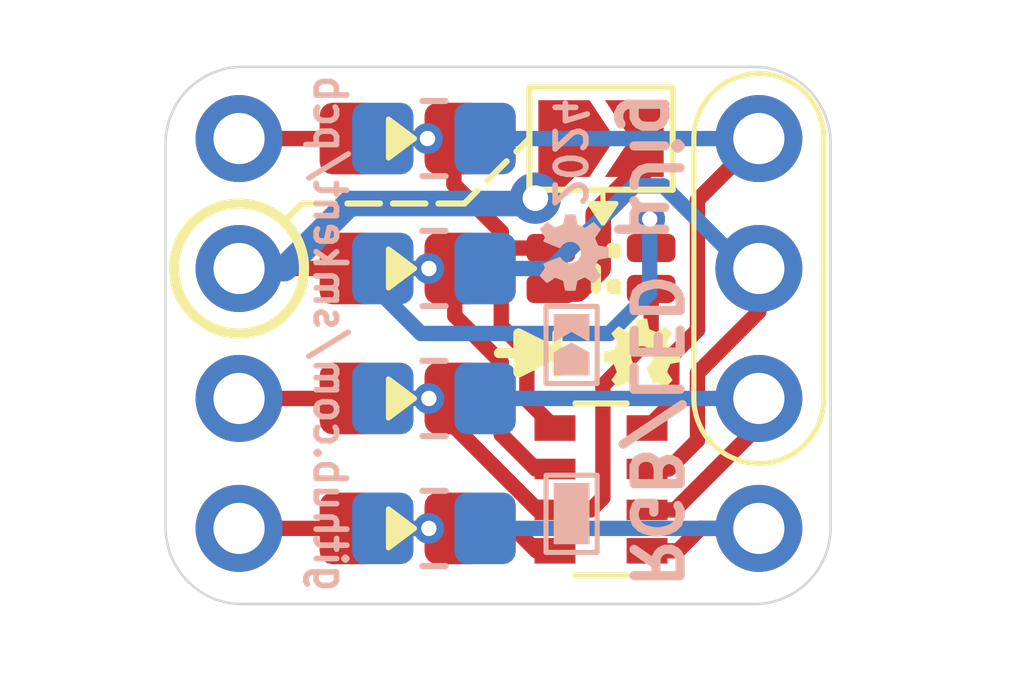
<source format=kicad_pcb>
(kicad_pcb (version 20240108) (generator "pcbnew") (generator_version "8.0")
  (layers (0 "F.Cu" signal) (31 "B.Cu" signal) (34 "B.Paste" user) (35 "F.Paste" user) (36 "B.SilkS" user "B.Silkscreen") (37 "F.SilkS" user "F.Silkscreen") (38 "B.Mask" user) (39 "F.Mask" user) (44 "Edge.Cuts" user))
  (net 0 "")
  (net 1 "LED1_RESISTOR")
  (net 2 "LED2_RESISTOR")
  (net 3 "LED3_RESISTOR")
  (net 4 "LED3_CATHODE")
  (net 5 "LED1_CATHODE")
  (net 6 "LED2_CATHODE")
  (net 7 "LED4_CATHODE")
  (net 8 "LED3_ANODE")
  (net 9 "LED2_ANODE")
  (net 10 "LED1_ANODE")
  (net 11 "LED4_ANODE")
  (net 12 "Net-(LED4-K)")
  (net 13 "Net-(JP1-B)")
  (footprint "Resistor_SMD:R_Array_Convex_4x0603" (layer "F.Cu") (at 134.075 103.378)
    (property "Reference" "RN1" (hide yes))
    (property "Value" "R")
    (fp_line (start 0.5 -1.68) (end -0.5 -1.68) (stroke (width 0.12)) (layer "F.SilkS"))
    (fp_line (start 0.5 1.68) (end -0.5 1.68) (stroke (width 0.12)) (layer "F.SilkS"))
    (pad "1" smd rect (at -0.9 -1.2) (size 0.8 0.5) (layers "F.Cu" "F.Paste" "F.Mask") (net 1 "LED1_RESISTOR"))
    (pad "2" smd rect (at -0.9 -0.4) (size 0.8 0.4) (layers "F.Cu" "F.Paste" "F.Mask") (net 2 "LED2_RESISTOR"))
    (pad "3" smd rect (at -0.9 0.4) (size 0.8 0.4) (layers "F.Cu" "F.Paste" "F.Mask") (net 3 "LED3_RESISTOR"))
    (pad "4" smd rect (at -0.9 1.2) (size 0.8 0.5) (layers "F.Cu" "F.Paste" "F.Mask") (net 12 "Net-(LED4-K)"))
    (pad "5" smd rect (at 0.9 1.2) (size 0.8 0.5) (layers "F.Cu" "F.Paste" "F.Mask") (net 7 "LED4_CATHODE"))
    (pad "6" smd rect (at 0.9 0.4) (size 0.8 0.4) (layers "F.Cu" "F.Paste" "F.Mask") (net 4 "LED3_CATHODE"))
    (pad "7" smd rect (at 0.9 -0.4) (size 0.8 0.4) (layers "F.Cu" "F.Paste" "F.Mask") (net 6 "LED2_CATHODE"))
    (pad "8" smd rect (at 0.9 -1.2) (size 0.8 0.5) (layers "F.Cu" "F.Paste" "F.Mask") (net 5 "LED1_CATHODE"))
  )
  (footprint "custom:LED_0805_2012Metric_Pad1.15x1.40mm_HandSolder_simple" (layer "F.Cu") (at 130.175 104.14 180)
    (property "Reference" "LED4" (hide yes))
    (property "Value" "LED")
    (fp_poly (pts (xy 0.254 -0.381) (xy 0.254 0.381) (xy -0.254 0)) (stroke (width 0.1)) (fill solid) (layer "F.SilkS"))
    (pad "1" smd roundrect (at -1.025 0 180) (size 1.15 1.4) (layers "F.Cu" "F.Paste" "F.Mask") (roundrect_rratio 0.217391) (net 12 "Net-(LED4-K)"))
    (pad "2" smd roundrect (at 1.025 0 180) (size 1.15 1.4) (layers "F.Cu" "F.Paste" "F.Mask") (roundrect_rratio 0.217391) (net 11 "LED4_ANODE"))
  )
  (footprint "custom:LED_0805_2012Metric_Pad1.15x1.40mm_HandSolder_simple" (layer "F.Cu") (at 130.175 99.06 180)
    (property "Reference" "LED2" (hide yes))
    (property "Value" "LED")
    (fp_poly (pts (xy 0.254 -0.381) (xy 0.254 0.381) (xy -0.254 0)) (stroke (width 0.1)) (fill solid) (layer "F.SilkS"))
    (pad "1" smd roundrect (at -1.025 0 180) (size 1.15 1.4) (layers "F.Cu" "F.Paste" "F.Mask") (roundrect_rratio 0.217391) (net 2 "LED2_RESISTOR"))
    (pad "2" smd roundrect (at 1.025 0 180) (size 1.15 1.4) (layers "F.Cu" "F.Paste" "F.Mask") (roundrect_rratio 0.217391) (net 9 "LED2_ANODE"))
  )
  (footprint "custom:LED_0805_2012Metric_Pad1.15x1.40mm_HandSolder_simple" (layer "F.Cu") (at 130.175 96.52 180)
    (property "Reference" "LED1" (hide yes))
    (property "Value" "LED")
    (fp_poly (pts (xy 0.254 -0.381) (xy 0.254 0.381) (xy -0.254 0)) (stroke (width 0.1)) (fill solid) (layer "F.SilkS"))
    (pad "1" smd roundrect (at -1.025 0 180) (size 1.15 1.4) (layers "F.Cu" "F.Paste" "F.Mask") (roundrect_rratio 0.217391) (net 1 "LED1_RESISTOR"))
    (pad "2" smd roundrect (at 1.025 0 180) (size 1.15 1.4) (layers "F.Cu" "F.Paste" "F.Mask") (roundrect_rratio 0.217391) (net 10 "LED1_ANODE"))
  )
  (footprint "custom:LED_0805_2012Metric_Pad1.15x1.40mm_HandSolder_simple" (layer "F.Cu") (at 130.175 101.6 180)
    (property "Reference" "LED3" (hide yes))
    (property "Value" "LED")
    (fp_poly (pts (xy 0.254 -0.381) (xy 0.254 0.381) (xy -0.254 0)) (stroke (width 0.1)) (fill solid) (layer "F.SilkS"))
    (pad "1" smd roundrect (at -1.025 0 180) (size 1.15 1.4) (layers "F.Cu" "F.Paste" "F.Mask") (roundrect_rratio 0.217391) (net 3 "LED3_RESISTOR"))
    (pad "2" smd roundrect (at 1.025 0 180) (size 1.15 1.4) (layers "F.Cu" "F.Paste" "F.Mask") (roundrect_rratio 0.217391) (net 8 "LED3_ANODE"))
  )
  (footprint "graphics:oshw-logo-1.5mm" (layer "F.Cu") (at 134.874 100.711)
    (property "Reference" "G***" (hide yes))
    (property "Value" "LOGO" (hide yes))
    (fp_poly (pts (xy 0.012727 -0.672745) (xy 0.031988 -0.67266) (xy 0.050169 -0.672495) (xy 0.066587 -0.672251) (xy 0.080561 -0.671927) (xy 0.091408 -0.671523) (xy 0.098446 -0.671039) (xy 0.100909 -0.670576) (xy 0.102402 -0.667389) (xy 0.104663 -0.659276) (xy 0.107675 -0.646308) (xy 0.111424 -0.628555) (xy 0.115895 -0.60609) (xy 0.121071 -0.578984) (xy 0.122654 -0.570522) (xy 0.127536 -0.544539) (xy 0.131659 -0.523137) (xy 0.135113 -0.505908) (xy 0.13799 -0.492446) (xy 0.140383 -0.482342) (xy 0.142381 -0.475192) (xy 0.144077 -0.470587) (xy 0.145562 -0.468121) (xy 0.145696 -0.467982) (xy 0.149238 -0.465814) (xy 0.156822 -0.462056) (xy 0.167796 -0.457002) (xy 0.181505 -0.450945) (xy 0.197297 -0.444179) (xy 0.214518 -0.436997) (xy 0.216283 -0.436271) (xy 0.236194 -0.42815) (xy 0.251983 -0.421849) (xy 0.264174 -0.417188) (xy 0.273292 -0.413987) (xy 0.279863 -0.412068) (xy 0.284411 -0.41125) (xy 0.287461 -0.411354) (xy 0.288377 -0.411613) (xy 0.291858 -0.413548) (xy 0.29899 -0.418028) (xy 0.309263 -0.424717) (xy 0.322171 -0.433279) (xy 0.337206 -0.443375) (xy 0.353861 -0.45467) (xy 0.371626 -0.466826) (xy 0.371955 -0.467053) (xy 0.389663 -0.479186) (xy 0.406199 -0.490443) (xy 0.421066 -0.500493) (xy 0.43377 -0.509002) (xy 0.443815 -0.515639) (xy 0.450706 -0.520073) (xy 0.453946 -0.521971) (xy 0.453983 -0.521986) (xy 0.455813 -0.52187) (xy 0.458798 -0.520292) (xy 0.463253 -0.516965) (xy 0.469491 -0.511606) (xy 0.477824 -0.503929) (xy 0.488566 -0.493649) (xy 0.50203 -0.48048) (xy 0.518529 -0.464138) (xy 0.529628 -0.453077) (xy 0.547414 -0.435309) (xy 0.561926 -0.420748) (xy 0.573479 -0.409038) (xy 0.582388 -0.39982) (xy 0.588967 -0.392736) (xy 0.593531 -0.387427) (xy 0.596394 -0.383536) (xy 0.597872 -0.380704) (xy 0.598279 -0.378574) (xy 0.59793 -0.376787) (xy 0.597524 -0.375808) (xy 0.595446 -0.372279) (xy 0.590833 -0.365095) (xy 0.584027 -0.354764) (xy 0.575366 -0.341796) (xy 0.565191 -0.326699) (xy 0.55384 -0.309982) (xy 0.541655 -0.292154) (xy 0.541255 -0.29157) (xy 0.527178 -0.270981) (xy 0.515766 -0.254126) (xy 0.506773 -0.240603) (xy 0.499952 -0.230009) (xy 0.495054 -0.221942) (xy 0.491832 -0.215999) (xy 0.49004 -0.211779) (xy 0.489429 -0.208878) (xy 0.489555 -0.207483) (xy 0.490888 -0.203755) (xy 0.493911 -0.196137) (xy 0.498304 -0.185385) (xy 0.503747 -0.172254) (xy 0.509923 -0.157499) (xy 0.516512 -0.141873) (xy 0.523195 -0.126133) (xy 0.529654 -0.111033) (xy 0.53557 -0.097327) (xy 0.540623 -0.085771) (xy 0.544495 -0.077119) (xy 0.54597 -0.073947) (xy 0.551604 -0.0666) (xy 0.558905 -0.06307) (xy 0.563474 -0.061999) (xy 0.572374 -0.060141) (xy 0.584962 -0.057622) (xy 0.600592 -0.054569) (xy 0.61862 -0.051106) (xy 0.638402 -0.047361) (xy 0.654711 -0.044311) (xy 0.675133 -0.040448) (xy 0.694051 -0.036744) (xy 0.71087 -0.033326) (xy 0.724992 -0.030321) (xy 0.735823 -0.027855) (xy 0.742765 -0.026054) (xy 0.745145 -0.025155) (xy 0.746093 -0.021901) (xy 0.746916 -0.014265) (xy 0.747611 -0.002922) (xy 0.748179 0.011453) (xy 0.748616 0.028184) (xy 0.748922 0.046597) (xy 0.749096 0.066016) (xy 0.749136 0.085767) (xy 0.74904 0.105174) (xy 0.748808 0.123562) (xy 0.748437 0.140257) (xy 0.747927 0.154584) (xy 0.747276 0.165866) (xy 0.746483 0.17343) (xy 0.745563 0.176586) (xy 0.74241 0.177649) (xy 0.734861 0.179495) (xy 0.723496 0.182002) (xy 0.708899 0.185048) (xy 0.691651 0.188512) (xy 0.672332 0.192272) (xy 0.652599 0.196007) (xy 0.631739 0.19997) (xy 0.612297 0.203793) (xy 0.594876 0.207347) (xy 0.580074 0.210506) (xy 0.568492 0.213141) (xy 0.560731 0.215125) (xy 0.557467 0.216273) (xy 0.555071 0.219546) (xy 0.55123 0.226834) (xy 0.546229 0.237437) (xy 0.54035 0.250653) (xy 0.533875 0.265779) (xy 0.527088 0.282116) (xy 0.520271 0.29896) (xy 0.513707 0.31561) (xy 0.507679 0.331366) (xy 0.502469 0.345524) (xy 0.498361 0.357384) (xy 0.495636 0.366245) (xy 0.494578 0.371403) (xy 0.494639 0.372162) (xy 0.496395 0.375329) (xy 0.500691 0.382148) (xy 0.507191 0.392108) (xy 0.515556 0.404701) (xy 0.525449 0.419418) (xy 0.536531 0.435748) (xy 0.546945 0.450972) (xy 0.558777 0.468282) (xy 0.569702 0.484412) (xy 0.579383 0.498853) (xy 0.587486 0.5111) (xy 0.593675 0.520647) (xy 0.597614 0.526986) (xy 0.598954 0.529507) (xy 0.598305 0.531757) (xy 0.595463 0.535922) (xy 0.590202 0.542248) (xy 0.582298 0.550978) (xy 0.571526 0.562358) (xy 0.557661 0.576632) (xy 0.540479 0.594047) (xy 0.530932 0.603648) (xy 0.51299 0.621611) (xy 0.498235 0.636261) (xy 0.486323 0.64791) (xy 0.476911 0.656871) (xy 0.469655 0.663455) (xy 0.464211 0.667974) (xy 0.460236 0.67074) (xy 0.457387 0.672064) (xy 0.455333 0.67226) (xy 0.451812 0.670645) (xy 0.444669 0.666474) (xy 0.434428 0.660084) (xy 0.421618 0.651814) (xy 0.406762 0.642002) (xy 0.390388 0.630989) (xy 0.376517 0.621518) (xy 0.354153 0.60628) (xy 0.335316 0.593725) (xy 0.320114 0.583923) (xy 0.308656 0.576941) (xy 0.301051 0.57285) (xy 0.29764 0.571696) (xy 0.293219 0.572863) (xy 0.28535 0.576075) (xy 0.274995 0.580897) (xy 0.263116 0.586893) (xy 0.257748 0.58974) (xy 0.243218 0.597361) (xy 0.232567 0.602454) (xy 0.225394 0.605188) (xy 0.221301 0.605733) (xy 0.220556 0.60546) (xy 0.218878 0.602708) (xy 0.215515 0.595733) (xy 0.210657 0.584999) (xy 0.204496 0.570969) (xy 0.197222 0.554106) (xy 0.189028 0.534873) (xy 0.180103 0.513734) (xy 0.17064 0.491152) (xy 0.160829 0.46759) (xy 0.150861 0.443512) (xy 0.140928 0.41938) (xy 0.131221 0.395658) (xy 0.121931 0.37281) (xy 0.113249 0.351299) (xy 0.105366 0.331587) (xy 0.098473 0.314138) (xy 0.092762 0.299415) (xy 0.088423 0.287883) (xy 0.085648 0.280003) (xy 0.084628 0.276239) (xy 0.084642 0.276044) (xy 0.087623 0.271995) (xy 0.093181 0.26761) (xy 0.094225 0.266975) (xy 0.104901 0.260032) (xy 0.117593 0.250686) (xy 0.130784 0.240152) (xy 0.142954 0.229646) (xy 0.152586 0.220385) (xy 0.153162 0.219776) (xy 0.172204 0.196275) (xy 0.188057 0.170117) (xy 0.199972 0.142629) (xy 0.203822 0.130276) (xy 0.206435 0.117193) (xy 0.208294 0.100836) (xy 0.209326 0.082944) (xy 0.209458 0.065255) (xy 0.208615 0.04951) (xy 0.207573 0.041497) (xy 0.199598 0.010037) (xy 0.187125 -0.019353) (xy 0.170418 -0.046308) (xy 0.149742 -0.070465) (xy 0.125361 -0.091462) (xy 0.098464 -0.108442) (xy 0.070046 -0.120847) (xy 0.040034 -0.128747) (xy 0.009137 -0.13214) (xy -0.021939 -0.131027) (xy -0.052487 -0.125407) (xy -0.081799 -0.115282) (xy -0.095935 -0.108442) (xy -0.123653 -0.090853) (xy -0.147922 -0.069751) (xy -0.168477 -0.0455) (xy -0.185055 -0.018463) (xy -0.19739 0.010997) (xy -0.205044 0.041497) (xy -0.206527 0.055169) (xy -0.20699 0.071859) (xy -0.206507 0.08983) (xy -0.205151 0.107343) (xy -0.202996 0.122657) (xy -0.201294 0.130276) (xy -0.19138 0.157929) (xy -0.177192 0.184845) (xy -0.159481 0.209696) (xy -0.150634 0.219776) (xy -0.141253 0.228895) (xy -0.129221 0.239349) (xy -0.116054 0.249923) (xy -0.103272 0.259401) (xy -0.092392 0.266565) (xy -0.091696 0.266975) (xy -0.0859 0.271233) (xy -0.082349 0.275469) (xy -0.082113 0.276044) (xy -0.082822 0.279077) (xy -0.085318 0.286303) (xy -0.089409 0.297259) (xy -0.094905 0.311482) (xy -0.101614 0.328509) (xy -0.109346 0.347876) (xy -0.117908 0.36912) (xy -0.12711 0.391777) (xy -0.136761 0.415385) (xy -0.146669 0.439481) (xy -0.156644 0.4636) (xy -0.166495 0.48728) (xy -0.176029 0.510058) (xy -0.185057 0.531469) (xy -0.193387 0.551052) (xy -0.200827 0.568342) (xy -0.207187 0.582877) (xy -0.212275 0.594193) (xy -0.215901 0.601826) (xy -0.217873 0.605315) (xy -0.218028 0.60546) (xy -0.221193 0.605602) (xy -0.227304 0.60361) (xy -0.236762 0.599314) (xy -0.249967 0.592547) (xy -0.25522 0.58974) (xy -0.267459 0.583371) (xy -0.278592 0.577988) (xy -0.287654 0.574027) (xy -0.293684 0.571922) (xy -0.295111 0.571696) (xy -0.299244 0.573194) (xy -0.307327 0.577644) (xy -0.31925 0.584975) (xy -0.334905 0.595119) (xy -0.35418 0.608006) (xy -0.373988 0.621518) (xy -0.3912 0.633251) (xy -0.407315 0.644053) (xy -0.421807 0.653586) (xy -0.43415 0.66151) (xy -0.443818 0.667487) (xy -0.450286 0.671179) (xy -0.452804 0.67226) (xy -0.454875 0.672059) (xy -0.457731 0.670726) (xy -0.461715 0.667949) (xy -0.46717 0.663416) (xy -0.474441 0.656816) (xy -0.48387 0.647838) (xy -0.4958 0.636168) (xy -0.510577 0.621495) (xy -0.528403 0.603648) (xy -0.547267 0.584631) (xy -0.562705 0.568871) (xy -0.574942 0.556125) (xy -0.584202 0.546146) (xy -0.590711 0.538691) (xy -0.594692 0.533514) (xy -0.596372 0.53037) (xy -0.596425 0.529507) (xy -0.59474 0.526406) (xy -0.590511 0.519652) (xy -0.584072 0.509752) (xy -0.575761 0.497213) (xy -0.565911 0.48254) (xy -0.554859 0.466241) (xy -0.544416 0.450972) (xy -0.53257 0.433646) (xy -0.521618 0.417489) (xy -0.511897 0.403009) (xy -0.503745 0.390716) (xy -0.497501 0.381118) (xy -0.493502 0.374726) (xy -0.49211 0.372162) (xy -0.49257 0.368346) (xy -0.494788 0.360604) (xy -0.498481 0.349634) (xy -0.503367 0.33614) (xy -0.509162 0.320824) (xy -0.515584 0.304385) (xy -0.52235 0.287527) (xy -0.529178 0.27095) (xy -0.535784 0.255357) (xy -0.541887 0.241448) (xy -0.547202 0.229926) (xy -0.551447 0.221491) (xy -0.554341 0.216847) (xy -0.554939 0.216273) (xy -0.558608 0.21501) (xy -0.566655 0.212977) (xy -0.578481 0.210301) (xy -0.593485 0.207111) (xy -0.611068 0.203533) (xy -0.630627 0.199696) (xy -0.650071 0.196007) (xy -0.670816 0.192078) (xy -0.690044 0.188329) (xy -0.707173 0.184884) (xy -0.721622 0.181862) (xy -0.732808 0.179385) (xy -0.74015 0.177576) (xy -0.743035 0.176586) (xy -0.743969 0.173334) (xy -0.74476 0.1657) (xy -0.745409 0.154359) (xy -0.745916 0.139986) (xy -0.746284 0.123256) (xy -0.746514 0.104844) (xy -0.746608 0.085425) (xy -0.746566 0.065674) (xy -0.74639 0.046267) (xy -0.746081 0.027877) (xy -0.745641 0.011181) (xy -0.745072 -0.003146) (xy -0.744374 -0.014431) (xy -0.743549 -0.021997) (xy -0.742617 -0.025155) (xy -0.739351 -0.026309) (xy -0.731702 -0.028233) (xy -0.720266 -0.0308) (xy -0.70564 -0.033885) (xy -0.68842 -0.03736) (xy -0.669203 -0.0411) (xy -0.652182 -0.044311) (xy -0.631477 -0.048189) (xy -0.61202 -0.051884) (xy -0.594456 -0.055268) (xy -0.579429 -0.058217) (xy -0.567585 -0.060604) (xy -0.559567 -0.062302) (xy -0.556376 -0.06307) (xy -0.548079 -0.067438) (xy -0.543441 -0.073947) (xy -0.540331 -0.080738) (xy -0.535869 -0.090836) (xy -0.530374 -0.103488) (xy -0.524166 -0.117937) (xy -0.517562 -0.13343) (xy -0.510883 -0.149211) (xy -0.504447 -0.164526) (xy -0.498572 -0.178619) (xy -0.493579 -0.190736) (xy -0.489784 -0.200123) (xy -0.487508 -0.206023) (xy -0.487025 -0.207485) (xy -0.486982 -0.209768) (xy -0.487969 -0.213102) (xy -0.490237 -0.217901) (xy -0.494039 -0.224575) (xy -0.499627 -0.233538) (xy -0.507254 -0.2452) (xy -0.517172 -0.259974) (xy -0.529633 -0.278273) (xy -0.536595 -0.288434) (xy -0.551441 -0.310074) (xy -0.563667 -0.327933) (xy -0.573511 -0.342399) (xy -0.581213 -0.353866) (xy -0.587012 -0.362724) (xy -0.591146 -0.369364) (xy -0.593854 -0.374177) (xy -0.595376 -0.377555) (xy -0.595951 -0.379889) (xy -0.595816 -0.38157) (xy -0.595212 -0.382989) (xy -0.594805 -0.383728) (xy -0.592491 -0.386497) (xy -0.586991 -0.392401) (xy -0.578716 -0.40102) (xy -0.568077 -0.411933) (xy -0.555485 -0.424719) (xy -0.541351 -0.438955) (xy -0.526086 -0.454221) (xy -0.524246 -0.456054) (xy -0.506285 -0.473884) (xy -0.491533 -0.488389) (xy -0.479663 -0.499864) (xy -0.47035 -0.508602) (xy -0.463267 -0.514898) (xy -0.458089 -0.519047) (xy -0.454491 -0.521344) (xy -0.452145 -0.522083) (xy -0.451343 -0.521962) (xy -0.448204 -0.520143) (xy -0.441403 -0.515775) (xy -0.431436 -0.509192) (xy -0.418799 -0.500726) (xy -0.40399 -0.49071) (xy -0.387505 -0.479477) (xy -0.36984 -0.467358) (xy -0.369403 -0.467057) (xy -0.351643 -0.454886) (xy -0.33498 -0.443569) (xy -0.319925 -0.433445) (xy -0.306984 -0.424851) (xy -0.296668 -0.418126) (xy -0.289484 -0.413607) (xy -0.285942 -0.411632) (xy -0.285925 -0.411626) (xy -0.283344 -0.41118) (xy -0.279546 -0.411558) (xy -0.274002 -0.412942) (xy -0.266181 -0.415512) (xy -0.255554 -0.419449) (xy -0.241591 -0.424934) (xy -0.223761 -0.432147) (xy -0.213754 -0.436244) (xy -0.196422 -0.443454) (xy -0.180451 -0.450282) (xy -0.166495 -0.456434) (xy -0.155208 -0.461616) (xy -0.147245 -0.465533) (xy -0.14326 -0.46789) (xy -0.143107 -0.468027) (xy -0.141636 -0.470277) (xy -0.139983 -0.47453) (xy -0.138057 -0.481202) (xy -0.135763 -0.490707) (xy -0.133009 -0.503461) (xy -0.129701 -0.519879) (xy -0.125746 -0.540376) (xy -0.121051 -0.565368) (xy -0.120084 -0.57057) (xy -0.114674 -0.599271) (xy -0.10999 -0.623194) (xy -0.10604 -0.642296) (xy -0.102834 -0.656534) (xy -0.10038 -0.665868) (xy -0.098688 -0.670254) (xy -0.098399 -0.670564) (xy -0.095052 -0.671115) (xy -0.087327 -0.671586) (xy -0.075909 -0.671978) (xy -0.061478 -0.67229) (xy -0.044717 -0.672523) (xy -0.026307 -0.672677) (xy -0.006932 -0.672751)) (fill solid) (layer "F.SilkS"))
  )
  (footprint "Jumper:SolderJumper-2_P1.3mm_Open_TrianglePad1.0x1.5mm" (layer "F.Cu") (at 134.075 96.52)
    (property "Reference" "JP1" (hide yes))
    (property "Value" "SolderJumper_2_Open")
    (fp_line (start -1.4 -1) (end 1.4 -1) (stroke (width 0.12)) (layer "F.SilkS"))
    (fp_line (start -1.4 1) (end -1.4 -1) (stroke (width 0.12)) (layer "F.SilkS"))
    (fp_line (start 1.4 -1) (end 1.4 1) (stroke (width 0.12)) (layer "F.SilkS"))
    (fp_line (start 1.4 1) (end -1.4 1) (stroke (width 0.12)) (layer "F.SilkS"))
    (pad "1" smd custom (at -0.725 0) (size 0.3 0.3) (layers "F.Cu" "F.Mask") (net 9 "LED2_ANODE") (options (clearance outline) (anchor rect)) (primitives (gr_poly (pts (xy 1 0) (xy 0.5 0.75) (xy -0.5 0.75) (xy -0.5 -0.75) (xy 0.5 -0.75)) (width 0) (fill yes))))
    (pad "2" smd custom (at 0.725 0) (size 0.3 0.3) (layers "F.Cu" "F.Mask") (net 13 "Net-(JP1-B)") (options (clearance outline) (anchor rect)) (primitives (gr_poly (pts (xy 0.5 0.75) (xy -0.65 0.75) (xy -0.15 0) (xy -0.65 -0.75) (xy 0.5 -0.75)) (width 0) (fill yes))))
  )
  (footprint "lcsc:LED-ARRAY-SMD_4P-L2.0-W1.3-BR_HandSolder" (layer "F.Cu") (at 134.075 99.06 180)
    (property "Reference" "LED0" (hide yes))
    (property "Value" "LED_RGAB")
    (fp_line (start 0.1 0) (end 0.43 0) (stroke (width 0.2)) (layer "F.SilkS"))
    (fp_line (start 0.1 0) (end 0.1 -0.4) (stroke (width 0.2)) (layer "F.SilkS"))
    (fp_rect (start -0.3 0.3) (end -0.2 0.4) (stroke (width 0.2)) (fill solid) (layer "F.SilkS"))
    (fp_rect (start -0.3 -0.4) (end -0.2 -0.3) (stroke (width 0.2)) (fill solid) (layer "F.SilkS"))
    (pad "1" smd roundrect (at 0.98 0.4) (size 0.95 0.55) (layers "F.Cu" "F.Paste" "F.Mask") (net 1 "LED1_RESISTOR"))
    (pad "2" smd roundrect (at -0.98 0.4) (size 0.95 0.55) (layers "F.Cu" "F.Paste" "F.Mask") (net 2 "LED2_RESISTOR"))
    (pad "3" smd roundrect (at 0.98 -0.4) (size 0.95 0.55) (layers "F.Cu" "F.Paste" "F.Mask") (net 13 "Net-(JP1-B)"))
    (pad "4" smd roundrect (at -0.98 -0.4) (size 0.95 0.55) (layers "F.Cu" "F.Paste" "F.Mask") (net 3 "LED3_RESISTOR"))
  )
  (footprint "Resistor_SMD:R_0805_2012Metric_Pad1.20x1.40mm_HandSolder" (layer "B.Cu") (at 130.81 96.52)
    (property "Reference" "R1" (hide yes))
    (property "Value" "R")
    (fp_line (start 0.227064 -0.735) (end -0.227064 -0.735) (stroke (width 0.12)) (layer "B.SilkS"))
    (fp_line (start 0.227064 0.735) (end -0.227064 0.735) (stroke (width 0.12)) (layer "B.SilkS"))
    (pad "1" smd roundrect (at -1 0) (size 1.2 1.4) (layers "B.Cu" "B.Paste" "B.Mask") (roundrect_rratio 0.208333) (net 1 "LED1_RESISTOR"))
    (pad "2" smd roundrect (at 1 0) (size 1.2 1.4) (layers "B.Cu" "B.Paste" "B.Mask") (roundrect_rratio 0.208333) (net 5 "LED1_CATHODE"))
  )
  (footprint "custom:PinHeader_1x04_P2.54mm_Vertical_simple" (layer "B.Cu") (at 137.16 96.52 180)
    (property "Reference" "J1" (hide yes))
    (property "Value" "Conn_01x04")
    (pad "1" thru_hole oval (at 0 0 180) (size 1.7 1.7) (drill 1) (layers "*.Cu" "*.Mask") (net 5 "LED1_CATHODE"))
    (pad "2" thru_hole oval (at 0 -2.54 180) (size 1.7 1.7) (drill 1) (layers "*.Cu" "*.Mask") (net 6 "LED2_CATHODE"))
    (pad "3" thru_hole oval (at 0 -5.08 180) (size 1.7 1.7) (drill 1) (layers "*.Cu" "*.Mask") (net 4 "LED3_CATHODE"))
    (pad "4" thru_hole oval (at 0 -7.62 180) (size 1.7 1.7) (drill 1) (layers "*.Cu" "*.Mask") (net 7 "LED4_CATHODE"))
  )
  (footprint "custom:PinHeader_1x04_P2.54mm_Vertical_simple" (layer "B.Cu") (at 127 96.52 180)
    (property "Reference" "J2" (hide yes))
    (property "Value" "Conn_01x04")
    (pad "1" thru_hole oval (at 0 0 180) (size 1.7 1.7) (drill 1) (layers "*.Cu" "*.Mask") (net 10 "LED1_ANODE"))
    (pad "2" thru_hole oval (at 0 -2.54 180) (size 1.7 1.7) (drill 1) (layers "*.Cu" "*.Mask") (net 9 "LED2_ANODE"))
    (pad "3" thru_hole oval (at 0 -5.08 180) (size 1.7 1.7) (drill 1) (layers "*.Cu" "*.Mask") (net 8 "LED3_ANODE"))
    (pad "4" thru_hole oval (at 0 -7.62 180) (size 1.7 1.7) (drill 1) (layers "*.Cu" "*.Mask") (net 11 "LED4_ANODE"))
  )
  (footprint "Resistor_SMD:R_0805_2012Metric_Pad1.20x1.40mm_HandSolder" (layer "B.Cu") (at 130.81 104.14)
    (property "Reference" "R4" (hide yes))
    (property "Value" "R")
    (fp_line (start 0.227064 -0.735) (end -0.227064 -0.735) (stroke (width 0.12)) (layer "B.SilkS"))
    (fp_line (start 0.227064 0.735) (end -0.227064 0.735) (stroke (width 0.12)) (layer "B.SilkS"))
    (pad "1" smd roundrect (at -1 0) (size 1.2 1.4) (layers "B.Cu" "B.Paste" "B.Mask") (roundrect_rratio 0.208333) (net 12 "Net-(LED4-K)"))
    (pad "2" smd roundrect (at 1 0) (size 1.2 1.4) (layers "B.Cu" "B.Paste" "B.Mask") (roundrect_rratio 0.208333) (net 7 "LED4_CATHODE"))
  )
  (footprint "Resistor_SMD:R_0805_2012Metric_Pad1.20x1.40mm_HandSolder" (layer "B.Cu") (at 130.81 101.6)
    (property "Reference" "R3" (hide yes))
    (property "Value" "R")
    (fp_line (start 0.227064 -0.735) (end -0.227064 -0.735) (stroke (width 0.12)) (layer "B.SilkS"))
    (fp_line (start 0.227064 0.735) (end -0.227064 0.735) (stroke (width 0.12)) (layer "B.SilkS"))
    (pad "1" smd roundrect (at -1 0) (size 1.2 1.4) (layers "B.Cu" "B.Paste" "B.Mask") (roundrect_rratio 0.208333) (net 3 "LED3_RESISTOR"))
    (pad "2" smd roundrect (at 1 0) (size 1.2 1.4) (layers "B.Cu" "B.Paste" "B.Mask") (roundrect_rratio 0.208333) (net 4 "LED3_CATHODE"))
  )
  (footprint "Resistor_SMD:R_0805_2012Metric_Pad1.20x1.40mm_HandSolder" (layer "B.Cu") (at 130.81 99.06)
    (property "Reference" "R2" (hide yes))
    (property "Value" "R")
    (fp_line (start 0.227064 -0.735) (end -0.227064 -0.735) (stroke (width 0.12)) (layer "B.SilkS"))
    (fp_line (start 0.227064 0.735) (end -0.227064 0.735) (stroke (width 0.12)) (layer "B.SilkS"))
    (pad "1" smd roundrect (at -1 0) (size 1.2 1.4) (layers "B.Cu" "B.Paste" "B.Mask") (roundrect_rratio 0.208333) (net 2 "LED2_RESISTOR"))
    (pad "2" smd roundrect (at 1 0) (size 1.2 1.4) (layers "B.Cu" "B.Paste" "B.Mask") (roundrect_rratio 0.208333) (net 6 "LED2_CATHODE"))
  )
  (footprint "graphics:oshw-logo-1.5mm" (layer "B.Cu") (at 133.55 98.75 90)
    (property "Reference" "G***" (hide yes))
    (property "Value" "LOGO" (hide yes))
    (fp_poly (pts (xy 0.012727 0.672745) (xy 0.031988 0.67266) (xy 0.050169 0.672495) (xy 0.066587 0.672251) (xy 0.080561 0.671927) (xy 0.091408 0.671523) (xy 0.098446 0.671039) (xy 0.100909 0.670576) (xy 0.102402 0.667389) (xy 0.104663 0.659276) (xy 0.107675 0.646308) (xy 0.111424 0.628555) (xy 0.115895 0.60609) (xy 0.121071 0.578984) (xy 0.122654 0.570522) (xy 0.127536 0.544539) (xy 0.131659 0.523137) (xy 0.135113 0.505908) (xy 0.13799 0.492446) (xy 0.140383 0.482342) (xy 0.142381 0.475192) (xy 0.144077 0.470587) (xy 0.145562 0.468121) (xy 0.145696 0.467982) (xy 0.149238 0.465814) (xy 0.156822 0.462056) (xy 0.167796 0.457002) (xy 0.181505 0.450945) (xy 0.197297 0.444179) (xy 0.214518 0.436997) (xy 0.216283 0.436271) (xy 0.236194 0.42815) (xy 0.251983 0.421849) (xy 0.264174 0.417188) (xy 0.273292 0.413987) (xy 0.279863 0.412068) (xy 0.284411 0.41125) (xy 0.287461 0.411354) (xy 0.288377 0.411613) (xy 0.291858 0.413548) (xy 0.29899 0.418028) (xy 0.309263 0.424717) (xy 0.322171 0.433279) (xy 0.337206 0.443375) (xy 0.353861 0.45467) (xy 0.371626 0.466826) (xy 0.371955 0.467053) (xy 0.389663 0.479186) (xy 0.406199 0.490443) (xy 0.421066 0.500493) (xy 0.43377 0.509002) (xy 0.443815 0.515639) (xy 0.450706 0.520073) (xy 0.453946 0.521971) (xy 0.453983 0.521986) (xy 0.455813 0.52187) (xy 0.458798 0.520292) (xy 0.463253 0.516965) (xy 0.469491 0.511606) (xy 0.477824 0.503929) (xy 0.488566 0.493649) (xy 0.50203 0.48048) (xy 0.518529 0.464138) (xy 0.529628 0.453077) (xy 0.547414 0.435309) (xy 0.561926 0.420748) (xy 0.573479 0.409038) (xy 0.582388 0.39982) (xy 0.588967 0.392736) (xy 0.593531 0.387427) (xy 0.596394 0.383536) (xy 0.597872 0.380704) (xy 0.598279 0.378574) (xy 0.59793 0.376787) (xy 0.597524 0.375808) (xy 0.595446 0.372279) (xy 0.590833 0.365095) (xy 0.584027 0.354764) (xy 0.575366 0.341796) (xy 0.565191 0.326699) (xy 0.55384 0.309982) (xy 0.541655 0.292154) (xy 0.541255 0.29157) (xy 0.527178 0.270981) (xy 0.515766 0.254126) (xy 0.506773 0.240603) (xy 0.499952 0.230009) (xy 0.495054 0.221942) (xy 0.491832 0.215999) (xy 0.49004 0.211779) (xy 0.489429 0.208878) (xy 0.489555 0.207483) (xy 0.490888 0.203755) (xy 0.493911 0.196137) (xy 0.498304 0.185385) (xy 0.503747 0.172254) (xy 0.509923 0.157499) (xy 0.516512 0.141873) (xy 0.523195 0.126133) (xy 0.529654 0.111033) (xy 0.53557 0.097327) (xy 0.540623 0.085771) (xy 0.544495 0.077119) (xy 0.54597 0.073947) (xy 0.551604 0.0666) (xy 0.558905 0.06307) (xy 0.563474 0.061999) (xy 0.572374 0.060141) (xy 0.584962 0.057622) (xy 0.600592 0.054569) (xy 0.61862 0.051106) (xy 0.638402 0.047361) (xy 0.654711 0.044311) (xy 0.675133 0.040448) (xy 0.694051 0.036744) (xy 0.71087 0.033326) (xy 0.724992 0.030321) (xy 0.735823 0.027855) (xy 0.742765 0.026054) (xy 0.745145 0.025155) (xy 0.746093 0.021901) (xy 0.746916 0.014265) (xy 0.747611 0.002922) (xy 0.748179 -0.011453) (xy 0.748616 -0.028184) (xy 0.748922 -0.046597) (xy 0.749096 -0.066016) (xy 0.749136 -0.085767) (xy 0.74904 -0.105174) (xy 0.748808 -0.123562) (xy 0.748437 -0.140257) (xy 0.747927 -0.154584) (xy 0.747276 -0.165866) (xy 0.746483 -0.17343) (xy 0.745563 -0.176586) (xy 0.74241 -0.177649) (xy 0.734861 -0.179495) (xy 0.723496 -0.182002) (xy 0.708899 -0.185048) (xy 0.691651 -0.188512) (xy 0.672332 -0.192272) (xy 0.652599 -0.196007) (xy 0.631739 -0.19997) (xy 0.612297 -0.203793) (xy 0.594876 -0.207347) (xy 0.580074 -0.210506) (xy 0.568492 -0.213141) (xy 0.560731 -0.215125) (xy 0.557467 -0.216273) (xy 0.555071 -0.219546) (xy 0.55123 -0.226834) (xy 0.546229 -0.237437) (xy 0.54035 -0.250653) (xy 0.533875 -0.265779) (xy 0.527088 -0.282116) (xy 0.520271 -0.29896) (xy 0.513707 -0.31561) (xy 0.507679 -0.331366) (xy 0.502469 -0.345524) (xy 0.498361 -0.357384) (xy 0.495636 -0.366245) (xy 0.494578 -0.371403) (xy 0.494639 -0.372162) (xy 0.496395 -0.375329) (xy 0.500691 -0.382148) (xy 0.507191 -0.392108) (xy 0.515556 -0.404701) (xy 0.525449 -0.419418) (xy 0.536531 -0.435748) (xy 0.546945 -0.450972) (xy 0.558777 -0.468282) (xy 0.569702 -0.484412) (xy 0.579383 -0.498853) (xy 0.587486 -0.5111) (xy 0.593675 -0.520647) (xy 0.597614 -0.526986) (xy 0.598954 -0.529507) (xy 0.598305 -0.531757) (xy 0.595463 -0.535922) (xy 0.590202 -0.542248) (xy 0.582298 -0.550978) (xy 0.571526 -0.562358) (xy 0.557661 -0.576632) (xy 0.540479 -0.594047) (xy 0.530932 -0.603648) (xy 0.51299 -0.621611) (xy 0.498235 -0.636261) (xy 0.486323 -0.64791) (xy 0.476911 -0.656871) (xy 0.469655 -0.663455) (xy 0.464211 -0.667974) (xy 0.460236 -0.67074) (xy 0.457387 -0.672064) (xy 0.455333 -0.67226) (xy 0.451812 -0.670645) (xy 0.444669 -0.666474) (xy 0.434428 -0.660084) (xy 0.421618 -0.651814) (xy 0.406762 -0.642002) (xy 0.390388 -0.630989) (xy 0.376517 -0.621518) (xy 0.354153 -0.60628) (xy 0.335316 -0.593725) (xy 0.320114 -0.583923) (xy 0.308656 -0.576941) (xy 0.301051 -0.57285) (xy 0.29764 -0.571696) (xy 0.293219 -0.572863) (xy 0.28535 -0.576075) (xy 0.274995 -0.580897) (xy 0.263116 -0.586893) (xy 0.257748 -0.58974) (xy 0.243218 -0.597361) (xy 0.232567 -0.602454) (xy 0.225394 -0.605188) (xy 0.221301 -0.605733) (xy 0.220556 -0.60546) (xy 0.218878 -0.602708) (xy 0.215515 -0.595733) (xy 0.210657 -0.584999) (xy 0.204496 -0.570969) (xy 0.197222 -0.554106) (xy 0.189028 -0.534873) (xy 0.180103 -0.513734) (xy 0.17064 -0.491152) (xy 0.160829 -0.46759) (xy 0.150861 -0.443512) (xy 0.140928 -0.41938) (xy 0.131221 -0.395658) (xy 0.121931 -0.37281) (xy 0.113249 -0.351299) (xy 0.105366 -0.331587) (xy 0.098473 -0.314138) (xy 0.092762 -0.299415) (xy 0.088423 -0.287883) (xy 0.085648 -0.280003) (xy 0.084628 -0.276239) (xy 0.084642 -0.276044) (xy 0.087623 -0.271995) (xy 0.093181 -0.26761) (xy 0.094225 -0.266975) (xy 0.104901 -0.260032) (xy 0.117593 -0.250686) (xy 0.130784 -0.240152) (xy 0.142954 -0.229646) (xy 0.152586 -0.220385) (xy 0.153162 -0.219776) (xy 0.172204 -0.196275) (xy 0.188057 -0.170117) (xy 0.199972 -0.142629) (xy 0.203822 -0.130276) (xy 0.206435 -0.117193) (xy 0.208294 -0.100836) (xy 0.209326 -0.082944) (xy 0.209458 -0.065255) (xy 0.208615 -0.04951) (xy 0.207573 -0.041497) (xy 0.199598 -0.010037) (xy 0.187125 0.019353) (xy 0.170418 0.046308) (xy 0.149742 0.070465) (xy 0.125361 0.091462) (xy 0.098464 0.108442) (xy 0.070046 0.120847) (xy 0.040034 0.128747) (xy 0.009137 0.13214) (xy -0.021939 0.131027) (xy -0.052487 0.125407) (xy -0.081799 0.115282) (xy -0.095935 0.108442) (xy -0.123653 0.090853) (xy -0.147922 0.069751) (xy -0.168477 0.0455) (xy -0.185055 0.018463) (xy -0.19739 -0.010997) (xy -0.205044 -0.041497) (xy -0.206527 -0.055169) (xy -0.20699 -0.071859) (xy -0.206507 -0.08983) (xy -0.205151 -0.107343) (xy -0.202996 -0.122657) (xy -0.201294 -0.130276) (xy -0.19138 -0.157929) (xy -0.177192 -0.184845) (xy -0.159481 -0.209696) (xy -0.150634 -0.219776) (xy -0.141253 -0.228895) (xy -0.129221 -0.239349) (xy -0.116054 -0.249923) (xy -0.103272 -0.259401) (xy -0.092392 -0.266565) (xy -0.091696 -0.266975) (xy -0.0859 -0.271233) (xy -0.082349 -0.275469) (xy -0.082113 -0.276044) (xy -0.082822 -0.279077) (xy -0.085318 -0.286303) (xy -0.089409 -0.297259) (xy -0.094905 -0.311482) (xy -0.101614 -0.328509) (xy -0.109346 -0.347876) (xy -0.117908 -0.36912) (xy -0.12711 -0.391777) (xy -0.136761 -0.415385) (xy -0.146669 -0.439481) (xy -0.156644 -0.4636) (xy -0.166495 -0.48728) (xy -0.176029 -0.510058) (xy -0.185057 -0.531469) (xy -0.193387 -0.551052) (xy -0.200827 -0.568342) (xy -0.207187 -0.582877) (xy -0.212275 -0.594193) (xy -0.215901 -0.601826) (xy -0.217873 -0.605315) (xy -0.218028 -0.60546) (xy -0.221193 -0.605602) (xy -0.227304 -0.60361) (xy -0.236762 -0.599314) (xy -0.249967 -0.592547) (xy -0.25522 -0.58974) (xy -0.267459 -0.583371) (xy -0.278592 -0.577988) (xy -0.287654 -0.574027) (xy -0.293684 -0.571922) (xy -0.295111 -0.571696) (xy -0.299244 -0.573194) (xy -0.307327 -0.577644) (xy -0.31925 -0.584975) (xy -0.334905 -0.595119) (xy -0.35418 -0.608006) (xy -0.373988 -0.621518) (xy -0.3912 -0.633251) (xy -0.407315 -0.644053) (xy -0.421807 -0.653586) (xy -0.43415 -0.66151) (xy -0.443818 -0.667487) (xy -0.450286 -0.671179) (xy -0.452804 -0.67226) (xy -0.454875 -0.672059) (xy -0.457731 -0.670726) (xy -0.461715 -0.667949) (xy -0.46717 -0.663416) (xy -0.474441 -0.656816) (xy -0.48387 -0.647838) (xy -0.4958 -0.636168) (xy -0.510577 -0.621495) (xy -0.528403 -0.603648) (xy -0.547267 -0.584631) (xy -0.562705 -0.568871) (xy -0.574942 -0.556125) (xy -0.584202 -0.546146) (xy -0.590711 -0.538691) (xy -0.594692 -0.533514) (xy -0.596372 -0.53037) (xy -0.596425 -0.529507) (xy -0.59474 -0.526406) (xy -0.590511 -0.519652) (xy -0.584072 -0.509752) (xy -0.575761 -0.497213) (xy -0.565911 -0.48254) (xy -0.554859 -0.466241) (xy -0.544416 -0.450972) (xy -0.53257 -0.433646) (xy -0.521618 -0.417489) (xy -0.511897 -0.403009) (xy -0.503745 -0.390716) (xy -0.497501 -0.381118) (xy -0.493502 -0.374726) (xy -0.49211 -0.372162) (xy -0.49257 -0.368346) (xy -0.494788 -0.360604) (xy -0.498481 -0.349634) (xy -0.503367 -0.33614) (xy -0.509162 -0.320824) (xy -0.515584 -0.304385) (xy -0.52235 -0.287527) (xy -0.529178 -0.27095) (xy -0.535784 -0.255357) (xy -0.541887 -0.241448) (xy -0.547202 -0.229926) (xy -0.551447 -0.221491) (xy -0.554341 -0.216847) (xy -0.554939 -0.216273) (xy -0.558608 -0.21501) (xy -0.566655 -0.212977) (xy -0.578481 -0.210301) (xy -0.593485 -0.207111) (xy -0.611068 -0.203533) (xy -0.630627 -0.199696) (xy -0.650071 -0.196007) (xy -0.670816 -0.192078) (xy -0.690044 -0.188329) (xy -0.707173 -0.184884) (xy -0.721622 -0.181862) (xy -0.732808 -0.179385) (xy -0.74015 -0.177576) (xy -0.743035 -0.176586) (xy -0.743969 -0.173334) (xy -0.74476 -0.1657) (xy -0.745409 -0.154359) (xy -0.745916 -0.139986) (xy -0.746284 -0.123256) (xy -0.746514 -0.104844) (xy -0.746608 -0.085425) (xy -0.746566 -0.065674) (xy -0.74639 -0.046267) (xy -0.746081 -0.027877) (xy -0.745641 -0.011181) (xy -0.745072 0.003146) (xy -0.744374 0.014431) (xy -0.743549 0.021997) (xy -0.742617 0.025155) (xy -0.739351 0.026309) (xy -0.731702 0.028233) (xy -0.720266 0.0308) (xy -0.70564 0.033885) (xy -0.68842 0.03736) (xy -0.669203 0.0411) (xy -0.652182 0.044311) (xy -0.631477 0.048189) (xy -0.61202 0.051884) (xy -0.594456 0.055268) (xy -0.579429 0.058217) (xy -0.567585 0.060604) (xy -0.559567 0.062302) (xy -0.556376 0.06307) (xy -0.548079 0.067438) (xy -0.543441 0.073947) (xy -0.540331 0.080738) (xy -0.535869 0.090836) (xy -0.530374 0.103488) (xy -0.524166 0.117937) (xy -0.517562 0.13343) (xy -0.510883 0.149211) (xy -0.504447 0.164526) (xy -0.498572 0.178619) (xy -0.493579 0.190736) (xy -0.489784 0.200123) (xy -0.487508 0.206023) (xy -0.487025 0.207485) (xy -0.486982 0.209768) (xy -0.487969 0.213102) (xy -0.490237 0.217901) (xy -0.494039 0.224575) (xy -0.499627 0.233538) (xy -0.507254 0.2452) (xy -0.517172 0.259974) (xy -0.529633 0.278273) (xy -0.536595 0.288434) (xy -0.551441 0.310074) (xy -0.563667 0.327933) (xy -0.573511 0.342399) (xy -0.581213 0.353866) (xy -0.587012 0.362724) (xy -0.591146 0.369364) (xy -0.593854 0.374177) (xy -0.595376 0.377555) (xy -0.595951 0.379889) (xy -0.595816 0.38157) (xy -0.595212 0.382989) (xy -0.594805 0.383728) (xy -0.592491 0.386497) (xy -0.586991 0.392401) (xy -0.578716 0.40102) (xy -0.568077 0.411933) (xy -0.555485 0.424719) (xy -0.541351 0.438955) (xy -0.526086 0.454221) (xy -0.524246 0.456054) (xy -0.506285 0.473884) (xy -0.491533 0.488389) (xy -0.479663 0.499864) (xy -0.47035 0.508602) (xy -0.463267 0.514898) (xy -0.458089 0.519047) (xy -0.454491 0.521344) (xy -0.452145 0.522083) (xy -0.451343 0.521962) (xy -0.448204 0.520143) (xy -0.441403 0.515775) (xy -0.431436 0.509192) (xy -0.418799 0.500726) (xy -0.40399 0.49071) (xy -0.387505 0.479477) (xy -0.36984 0.467358) (xy -0.369403 0.467057) (xy -0.351643 0.454886) (xy -0.33498 0.443569) (xy -0.319925 0.433445) (xy -0.306984 0.424851) (xy -0.296668 0.418126) (xy -0.289484 0.413607) (xy -0.285942 0.411632) (xy -0.285925 0.411626) (xy -0.283344 0.41118) (xy -0.279546 0.411558) (xy -0.274002 0.412942) (xy -0.266181 0.415512) (xy -0.255554 0.419449) (xy -0.241591 0.424934) (xy -0.223761 0.432147) (xy -0.213754 0.436244) (xy -0.196422 0.443454) (xy -0.180451 0.450282) (xy -0.166495 0.456434) (xy -0.155208 0.461616) (xy -0.147245 0.465533) (xy -0.14326 0.46789) (xy -0.143107 0.468027) (xy -0.141636 0.470277) (xy -0.139983 0.47453) (xy -0.138057 0.481202) (xy -0.135763 0.490707) (xy -0.133009 0.503461) (xy -0.129701 0.519879) (xy -0.125746 0.540376) (xy -0.121051 0.565368) (xy -0.120084 0.57057) (xy -0.114674 0.599271) (xy -0.10999 0.623194) (xy -0.10604 0.642296) (xy -0.102834 0.656534) (xy -0.10038 0.665868) (xy -0.098688 0.670254) (xy -0.098399 0.670564) (xy -0.095052 0.671115) (xy -0.087327 0.671586) (xy -0.075909 0.671978) (xy -0.061478 0.67229) (xy -0.044717 0.672523) (xy -0.026307 0.672677) (xy -0.006932 0.672751)) (fill solid) (layer "B.SilkS"))
  )
  (gr_rect (start 133 99.8) (end 134 101.307692) (stroke (width 0.1)) (fill none) (layer "B.SilkS"))
  (gr_poly (pts (xy 133.15 100.5) (xy 133.15 99.95) (xy 133.85 99.95) (xy 133.85 100.5) (xy 133.5 100.3)) (fill solid) (layer "B.SilkS"))
  (gr_rect (start 133.15 103.25074) (end 133.85 104.449261) (fill solid) (layer "B.SilkS"))
  (gr_poly (pts (xy 133.15 101.148521) (xy 133.15 100.7) (xy 133.5 100.5) (xy 133.85 100.7) (xy 133.85 101.148521)) (fill solid) (layer "B.SilkS"))
  (gr_rect (start 133 103.10074) (end 134 104.608432) (stroke (width 0.1)) (fill none) (layer "B.SilkS"))
  (gr_line (start 133.223 101.092) (end 133.223 100.33) (stroke (width 0.2)) (layer "F.SilkS"))
  (gr_line (start 131.405 97.79) (end 131.659 97.536) (stroke (width 0.12)) (layer "F.SilkS"))
  (gr_line (start 132.421 96.774) (end 132.675 96.52) (stroke (width 0.12)) (layer "F.SilkS"))
  (gr_poly (pts (xy 132.461 100.33) (xy 132.461 101.092) (xy 133.223 100.711)) (stroke (width 0.2)) (fill solid) (layer "F.SilkS"))
  (gr_line (start 129.119 97.79) (end 129.754 97.79) (stroke (width 0.12)) (layer "F.SilkS"))
  (gr_line (start 132.08 100.711) (end 133.604 100.711) (stroke (width 0.2)) (layer "F.SilkS"))
  (gr_line (start 134.112 97.79) (end 134.112 97.52) (stroke (width 0.1)) (layer "F.SilkS"))
  (gr_line (start 127.849 98.171) (end 128.23 97.79) (stroke (width 0.12)) (layer "F.SilkS"))
  (gr_line (start 130.008 97.79) (end 130.643 97.79) (stroke (width 0.12)) (layer "F.SilkS"))
  (gr_poly (pts (arc (start 135.89 101.6) (mid 137.16 102.87) (end 138.43 101.6)) (arc (start 138.43 96.52) (mid 137.16 95.25) (end 135.89 96.52))) (stroke (width 0.1)) (fill none) (layer "F.SilkS"))
  (gr_circle (center 127 99.06) (end 127.762 100.076) (stroke (width 0.2)) (fill none) (layer "F.SilkS"))
  (gr_line (start 130.897 97.79) (end 131.405 97.79) (stroke (width 0.12)) (layer "F.SilkS"))
  (gr_line (start 131.8495 97.3455) (end 132.2305 96.9645) (stroke (width 0.12)) (layer "F.SilkS"))
  (gr_poly (pts (xy 134.112 98.171) (xy 133.858 97.79) (xy 134.366 97.79)) (stroke (width 0.1)) (fill solid) (layer "F.SilkS"))
  (gr_line (start 128.23 97.79) (end 128.865 97.79) (stroke (width 0.12)) (layer "F.SilkS"))
  (gr_poly (pts (arc (start 127.063 95.119) (mid 126.00234 95.55834) (end 125.563 96.619)) (arc (start 125.563 104.119) (mid 126.00234 105.17966) (end 127.063 105.619)) (arc (start 137.063 105.619) (mid 138.12366 105.17966) (end 138.563 104.119)) (arc (start 138.563 96.619) (mid 138.12366 95.55834) (end 137.063 95.119))) (stroke (width 0.05)) (fill none) (layer "Edge.Cuts"))
  (gr_text "github.com/smkent/pcb" (at 128.778 100.33 270) (layer "B.SilkS") (effects (font (size 0.6 0.55) (thickness 0.11) (bold yes)) (justify mirror)))
  (gr_text "2024" (at 133.45 96.8 270) (layer "B.SilkS") (effects (font (size 0.6 0.55) (thickness 0.11) (bold yes)) (justify mirror)))
  (gr_text "RGB/LED µJig" (at 135.128 100.457 270) (layer "B.SilkS") (effects (font (size 0.9 0.9) (thickness 0.18) (bold yes)) (justify mirror)))
  (segment (start 132.125 100.187438) (end 132.625 100.687438) (width 0.3) (layer "F.Cu") (net 1))
  (segment (start 133.095 98.66) (end 132.144 98.66) (width 0.3) (layer "F.Cu") (net 1))
  (segment (start 132.144 98.66) (end 132.125 98.679) (width 0.3) (layer "F.Cu") (net 1))
  (segment (start 131.2 96.52) (end 130.683 96.52) (width 0.3) (layer "F.Cu") (net 1))
  (segment (start 132.625 101.628) (end 133.175 102.178) (width 0.3) (layer "F.Cu") (net 1))
  (segment (start 132.625 100.687438) (end 132.625 101.628) (width 0.3) (layer "F.Cu") (net 1))
  (segment (start 131.2 97.418) (end 132.125 98.343) (width 0.3) (layer "F.Cu") (net 1))
  (segment (start 131.2 96.52) (end 131.2 97.418) (width 0.3) (layer "F.Cu") (net 1))
  (segment (start 132.125 98.679) (end 132.125 100.187438) (width 0.3) (layer "F.Cu") (net 1))
  (segment (start 132.125 98.343) (end 132.125 98.679) (width 0.3) (layer "F.Cu") (net 1))
  (via (at 130.683 96.52) (size 0.6) (drill 0.3) (layers "F.Cu" "B.Cu") (net 1))
  (segment (start 130.683 96.52) (end 129.81 96.52) (width 0.3) (layer "B.Cu") (net 1))
  (segment (start 132.7976 102.978) (end 132.125 102.3054) (width 0.3) (layer "F.Cu") (net 2))
  (segment (start 135.055 98.66) (end 135.055 98.1234) (width 0.3) (layer "F.Cu") (net 2))
  (segment (start 131.2164 99.0764) (end 131.2 99.06) (width 0.3) (layer "F.Cu") (net 2))
  (segment (start 132.125 100.894544) (end 131.2164 99.985944) (width 0.3) (layer "F.Cu") (net 2))
  (segment (start 131.2164 99.985944) (end 131.2164 99.0764) (width 0.3) (layer "F.Cu") (net 2))
  (segment (start 131.2 99.06) (end 130.71 99.06) (width 0.3) (layer "F.Cu") (net 2))
  (segment (start 133.175 102.978) (end 132.7976 102.978) (width 0.3) (layer "F.Cu") (net 2))
  (segment (start 135.055 98.1234) (end 135.0264 98.0948) (width 0.3) (layer "F.Cu") (net 2))
  (segment (start 132.125 102.3054) (end 132.125 100.894544) (width 0.3) (layer "F.Cu") (net 2))
  (via (at 130.71 99.06) (size 0.6) (drill 0.3) (layers "F.Cu" "B.Cu") (net 2))
  (via (at 135.0264 98.0948) (size 0.6) (drill 0.3) (layers "F.Cu" "B.Cu") (net 2))
  (segment (start 135.0264 98.0948) (end 135.0264 99.5426) (width 0.3) (layer "B.Cu") (net 2))
  (segment (start 130.556 100.33) (end 129.81 99.584) (width 0.3) (layer "B.Cu") (net 2))
  (segment (start 134.239 100.33) (end 130.556 100.33) (width 0.3) (layer "B.Cu") (net 2))
  (segment (start 130.71 99.06) (end 129.81 99.06) (width 0.3) (layer "B.Cu") (net 2))
  (segment (start 135.0264 99.5426) (end 134.239 100.33) (width 0.3) (layer "B.Cu") (net 2))
  (segment (start 129.81 99.584) (end 129.81 99.06) (width 0.3) (layer "B.Cu") (net 2))
  (segment (start 134.112 101.346) (end 134.112 103.541) (width 0.3) (layer "F.Cu") (net 3))
  (segment (start 135.055 100.403) (end 134.112 101.346) (width 0.3) (layer "F.Cu") (net 3))
  (segment (start 133.875 103.778) (end 133.175 103.778) (width 0.3) (layer "F.Cu") (net 3))
  (segment (start 133.175 103.778) (end 132.8356 103.778) (width 0.3) (layer "F.Cu") (net 3))
  (segment (start 131.2 101.6) (end 130.71 101.6) (width 0.3) (layer "F.Cu") (net 3))
  (segment (start 134.112 103.541) (end 133.875 103.778) (width 0.3) (layer "F.Cu") (net 3))
  (segment (start 131.2 102.1424) (end 131.2 101.6) (width 0.3) (layer "F.Cu") (net 3))
  (segment (start 135.055 99.46) (end 135.055 100.403) (width 0.3) (layer "F.Cu") (net 3))
  (segment (start 132.8356 103.778) (end 131.2 102.1424) (width 0.3) (layer "F.Cu") (net 3))
  (via (at 130.71 101.6) (size 0.6) (drill 0.3) (layers "F.Cu" "B.Cu") (net 3))
  (segment (start 130.71 101.6) (end 129.81 101.6) (width 0.3) (layer "B.Cu") (net 3))
  (segment (start 137.16 102.137) (end 137.16 101.6) (width 0.3) (layer "F.Cu") (net 4))
  (segment (start 135.519 103.778) (end 137.16 102.137) (width 0.3) (layer "F.Cu") (net 4))
  (segment (start 134.975 103.778) (end 135.519 103.778) (width 0.3) (layer "F.Cu") (net 4))
  (segment (start 131.81 101.6) (end 137.16 101.6) (width 0.3) (layer "B.Cu") (net 4))
  (segment (start 135.96 97.72) (end 137.16 96.52) (width 0.3) (layer "F.Cu") (net 5))
  (segment (start 135.46 101.693) (end 135.46 100.764419) (width 0.3) (layer "F.Cu") (net 5))
  (segment (start 134.975 102.178) (end 135.46 101.693) (width 0.3) (layer "F.Cu") (net 5))
  (segment (start 135.96 100.264419) (end 135.96 97.72) (width 0.3) (layer "F.Cu") (net 5))
  (segment (start 135.46 100.764419) (end 135.96 100.264419) (width 0.3) (layer "F.Cu") (net 5))
  (segment (start 131.81 96.52) (end 137.16 96.52) (width 0.3) (layer "B.Cu") (net 5))
  (segment (start 135.401 102.978) (end 135.96 102.419) (width 0.3) (layer "F.Cu") (net 6))
  (segment (start 137.16 99.902943) (end 137.16 99.06) (width 0.3) (layer "F.Cu") (net 6))
  (segment (start 135.96 101.102943) (end 137.16 99.902943) (width 0.3) (layer "F.Cu") (net 6))
  (segment (start 134.975 102.978) (end 135.401 102.978) (width 0.3) (layer "F.Cu") (net 6))
  (segment (start 135.96 102.419) (end 135.96 101.102943) (width 0.3) (layer "F.Cu") (net 6))
  (segment (start 133.096 99.06) (end 134.7112 97.4448) (width 0.3) (layer "B.Cu") (net 6))
  (segment (start 131.81 99.06) (end 133.096 99.06) (width 0.3) (layer "B.Cu") (net 6))
  (segment (start 134.7112 97.4448) (end 135.295639 97.4448) (width 0.3) (layer "B.Cu") (net 6))
  (segment (start 136.910839 99.06) (end 137.16 99.06) (width 0.3) (layer "B.Cu") (net 6))
  (segment (start 135.295639 97.4448) (end 136.910839 99.06) (width 0.3) (layer "B.Cu") (net 6))
  (segment (start 136.017 104.14) (end 137.16 104.14) (width 0.3) (layer "F.Cu") (net 7))
  (segment (start 135.579 104.578) (end 136.017 104.14) (width 0.3) (layer "F.Cu") (net 7))
  (segment (start 134.975 104.578) (end 135.579 104.578) (width 0.3) (layer "F.Cu") (net 7))
  (segment (start 131.81 104.14) (end 137.16 104.14) (width 0.3) (layer "B.Cu") (net 7))
  (segment (start 127 101.6) (end 129.15 101.6) (width 0.3) (layer "F.Cu") (net 8))
  (segment (start 127 99.06) (end 129.15 99.06) (width 0.3) (layer "F.Cu") (net 9))
  (segment (start 132.791936 97.685001) (end 133.35 97.126937) (width 0.5) (layer "F.Cu") (net 9))
  (segment (start 133.35 97.126937) (end 133.35 96.52) (width 0.5) (layer "F.Cu") (net 9))
  (via (at 132.791936 97.685001) (size 1) (drill 0.5) (layers "F.Cu" "B.Cu") (net 9))
  (segment (start 129.159 97.79) (end 127.889 99.06) (width 0.5) (layer "B.Cu") (net 9))
  (segment (start 132.791936 97.685001) (end 132.686937 97.79) (width 0.5) (layer "B.Cu") (net 9))
  (segment (start 132.686937 97.79) (end 129.159 97.79) (width 0.5) (layer "B.Cu") (net 9))
  (segment (start 127.889 99.06) (end 127 99.06) (width 0.5) (layer "B.Cu") (net 9))
  (segment (start 127 96.52) (end 129.15 96.52) (width 0.3) (layer "F.Cu") (net 10))
  (segment (start 127 104.14) (end 129.15 104.14) (width 0.3) (layer "F.Cu") (net 11))
  (segment (start 132.8122 104.578) (end 133.175 104.578) (width 0.3) (layer "F.Cu") (net 12))
  (segment (start 132.3742 104.14) (end 132.8122 104.578) (width 0.3) (layer "F.Cu") (net 12))
  (segment (start 131.2 104.14) (end 130.71 104.14) (width 0.3) (layer "F.Cu") (net 12))
  (segment (start 131.2 104.14) (end 132.3742 104.14) (width 0.3) (layer "F.Cu") (net 12))
  (via (at 130.71 104.14) (size 0.6) (drill 0.3) (layers "F.Cu" "B.Cu") (net 12))
  (segment (start 130.71 104.14) (end 129.81 104.14) (width 0.3) (layer "B.Cu") (net 12))
  (segment (start 133.604662 99.46) (end 134.02 99.044662) (width 0.5) (layer "F.Cu") (net 13))
  (segment (start 134.02 99.044662) (end 134.02 98.009) (width 0.5) (layer "F.Cu") (net 13))
  (segment (start 133.095 99.46) (end 133.604662 99.46) (width 0.5) (layer "F.Cu") (net 13))
  (segment (start 134.02 98.009) (end 134.804903 97.224097) (width 0.5) (layer "F.Cu") (net 13))
  (segment (start 134.804903 97.224097) (end 134.804903 96.52) (width 0.5) (layer "F.Cu") (net 13))
)
</source>
